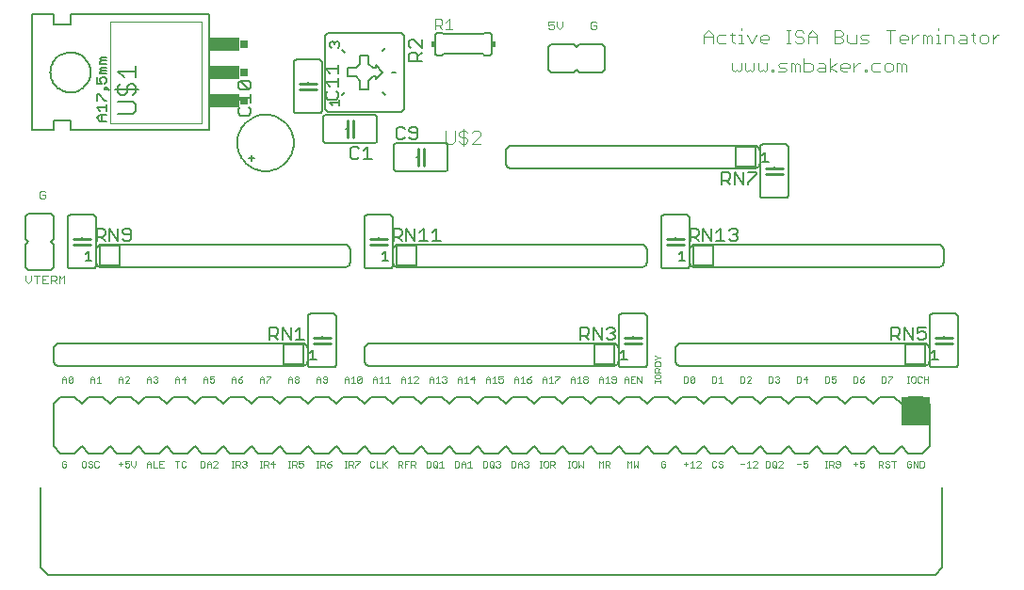
<source format=gto>
G75*
%MOIN*%
%OFA0B0*%
%FSLAX24Y24*%
%IPPOS*%
%LPD*%
%AMOC8*
5,1,8,0,0,1.08239X$1,22.5*
%
%ADD10C,0.0020*%
%ADD11C,0.0030*%
%ADD12C,0.0040*%
%ADD13C,0.0080*%
%ADD14C,0.0060*%
%ADD15C,0.0050*%
%ADD16C,0.0100*%
%ADD17R,0.0150X0.0200*%
%ADD18C,0.0070*%
%ADD19R,0.0250X0.0300*%
%ADD20R,0.1100X0.0500*%
%ADD21R,0.1000X0.1000*%
D10*
X002027Y003950D02*
X002100Y003950D01*
X002137Y003987D01*
X002137Y004060D01*
X002063Y004060D01*
X001990Y004133D02*
X001990Y003987D01*
X002027Y003950D01*
X001990Y004133D02*
X002027Y004170D01*
X002100Y004170D01*
X002137Y004133D01*
X002690Y004133D02*
X002690Y003987D01*
X002727Y003950D01*
X002800Y003950D01*
X002837Y003987D01*
X002837Y004133D01*
X002800Y004170D01*
X002727Y004170D01*
X002690Y004133D01*
X002911Y004133D02*
X002911Y004097D01*
X002948Y004060D01*
X003021Y004060D01*
X003058Y004023D01*
X003058Y003987D01*
X003021Y003950D01*
X002948Y003950D01*
X002911Y003987D01*
X002911Y004133D02*
X002948Y004170D01*
X003021Y004170D01*
X003058Y004133D01*
X003132Y004133D02*
X003132Y003987D01*
X003169Y003950D01*
X003242Y003950D01*
X003279Y003987D01*
X003279Y004133D02*
X003242Y004170D01*
X003169Y004170D01*
X003132Y004133D01*
X003990Y004060D02*
X004137Y004060D01*
X004211Y004060D02*
X004284Y004097D01*
X004321Y004097D01*
X004358Y004060D01*
X004358Y003987D01*
X004321Y003950D01*
X004248Y003950D01*
X004211Y003987D01*
X004211Y004060D02*
X004211Y004170D01*
X004358Y004170D01*
X004432Y004170D02*
X004432Y004023D01*
X004505Y003950D01*
X004579Y004023D01*
X004579Y004170D01*
X004990Y004097D02*
X005063Y004170D01*
X005137Y004097D01*
X005137Y003950D01*
X005211Y003950D02*
X005211Y004170D01*
X005137Y004060D02*
X004990Y004060D01*
X004990Y004097D02*
X004990Y003950D01*
X005211Y003950D02*
X005358Y003950D01*
X005432Y003950D02*
X005579Y003950D01*
X005505Y004060D02*
X005432Y004060D01*
X005432Y004170D02*
X005432Y003950D01*
X005432Y004170D02*
X005579Y004170D01*
X005990Y004170D02*
X006137Y004170D01*
X006063Y004170D02*
X006063Y003950D01*
X006211Y003987D02*
X006211Y004133D01*
X006248Y004170D01*
X006321Y004170D01*
X006358Y004133D01*
X006358Y003987D02*
X006321Y003950D01*
X006248Y003950D01*
X006211Y003987D01*
X006890Y003950D02*
X007000Y003950D01*
X007037Y003987D01*
X007037Y004133D01*
X007000Y004170D01*
X006890Y004170D01*
X006890Y003950D01*
X007111Y003950D02*
X007111Y004097D01*
X007184Y004170D01*
X007258Y004097D01*
X007258Y003950D01*
X007332Y003950D02*
X007479Y004097D01*
X007479Y004133D01*
X007442Y004170D01*
X007369Y004170D01*
X007332Y004133D01*
X007258Y004060D02*
X007111Y004060D01*
X007332Y003950D02*
X007479Y003950D01*
X007990Y003950D02*
X008063Y003950D01*
X008027Y003950D02*
X008027Y004170D01*
X008063Y004170D02*
X007990Y004170D01*
X008137Y004170D02*
X008247Y004170D01*
X008284Y004133D01*
X008284Y004060D01*
X008247Y004023D01*
X008137Y004023D01*
X008137Y003950D02*
X008137Y004170D01*
X008211Y004023D02*
X008284Y003950D01*
X008358Y003987D02*
X008395Y003950D01*
X008468Y003950D01*
X008505Y003987D01*
X008505Y004023D01*
X008468Y004060D01*
X008432Y004060D01*
X008468Y004060D02*
X008505Y004097D01*
X008505Y004133D01*
X008468Y004170D01*
X008395Y004170D01*
X008358Y004133D01*
X008990Y004170D02*
X009063Y004170D01*
X009027Y004170D02*
X009027Y003950D01*
X009063Y003950D02*
X008990Y003950D01*
X009137Y003950D02*
X009137Y004170D01*
X009247Y004170D01*
X009284Y004133D01*
X009284Y004060D01*
X009247Y004023D01*
X009137Y004023D01*
X009211Y004023D02*
X009284Y003950D01*
X009358Y004060D02*
X009505Y004060D01*
X009468Y003950D02*
X009468Y004170D01*
X009358Y004060D01*
X009990Y003950D02*
X010063Y003950D01*
X010027Y003950D02*
X010027Y004170D01*
X010063Y004170D02*
X009990Y004170D01*
X010137Y004170D02*
X010247Y004170D01*
X010284Y004133D01*
X010284Y004060D01*
X010247Y004023D01*
X010137Y004023D01*
X010137Y003950D02*
X010137Y004170D01*
X010211Y004023D02*
X010284Y003950D01*
X010358Y003987D02*
X010395Y003950D01*
X010468Y003950D01*
X010505Y003987D01*
X010505Y004060D01*
X010468Y004097D01*
X010432Y004097D01*
X010358Y004060D01*
X010358Y004170D01*
X010505Y004170D01*
X010990Y004170D02*
X011063Y004170D01*
X011027Y004170D02*
X011027Y003950D01*
X011063Y003950D02*
X010990Y003950D01*
X011137Y003950D02*
X011137Y004170D01*
X011247Y004170D01*
X011284Y004133D01*
X011284Y004060D01*
X011247Y004023D01*
X011137Y004023D01*
X011211Y004023D02*
X011284Y003950D01*
X011358Y003987D02*
X011395Y003950D01*
X011468Y003950D01*
X011505Y003987D01*
X011505Y004023D01*
X011468Y004060D01*
X011358Y004060D01*
X011358Y003987D01*
X011358Y004060D02*
X011432Y004133D01*
X011505Y004170D01*
X011990Y004170D02*
X012063Y004170D01*
X012027Y004170D02*
X012027Y003950D01*
X012063Y003950D02*
X011990Y003950D01*
X012137Y003950D02*
X012137Y004170D01*
X012247Y004170D01*
X012284Y004133D01*
X012284Y004060D01*
X012247Y004023D01*
X012137Y004023D01*
X012211Y004023D02*
X012284Y003950D01*
X012358Y003950D02*
X012358Y003987D01*
X012505Y004133D01*
X012505Y004170D01*
X012358Y004170D01*
X012890Y004133D02*
X012890Y003987D01*
X012927Y003950D01*
X013000Y003950D01*
X013037Y003987D01*
X013111Y003950D02*
X013111Y004170D01*
X013037Y004133D02*
X013000Y004170D01*
X012927Y004170D01*
X012890Y004133D01*
X013111Y003950D02*
X013258Y003950D01*
X013332Y003950D02*
X013332Y004170D01*
X013369Y004060D02*
X013479Y003950D01*
X013332Y004023D02*
X013479Y004170D01*
X013890Y004170D02*
X013890Y003950D01*
X013890Y004023D02*
X014000Y004023D01*
X014037Y004060D01*
X014037Y004133D01*
X014000Y004170D01*
X013890Y004170D01*
X013963Y004023D02*
X014037Y003950D01*
X014111Y003950D02*
X014111Y004170D01*
X014258Y004170D01*
X014332Y004170D02*
X014442Y004170D01*
X014479Y004133D01*
X014479Y004060D01*
X014442Y004023D01*
X014332Y004023D01*
X014332Y003950D02*
X014332Y004170D01*
X014405Y004023D02*
X014479Y003950D01*
X014184Y004060D02*
X014111Y004060D01*
X014890Y003950D02*
X015000Y003950D01*
X015037Y003987D01*
X015037Y004133D01*
X015000Y004170D01*
X014890Y004170D01*
X014890Y003950D01*
X015111Y003987D02*
X015148Y003950D01*
X015221Y003950D01*
X015258Y003987D01*
X015258Y004133D01*
X015221Y004170D01*
X015148Y004170D01*
X015111Y004133D01*
X015111Y003987D01*
X015184Y004023D02*
X015258Y003950D01*
X015332Y003950D02*
X015479Y003950D01*
X015405Y003950D02*
X015405Y004170D01*
X015332Y004097D01*
X015890Y004170D02*
X015890Y003950D01*
X016000Y003950D01*
X016037Y003987D01*
X016037Y004133D01*
X016000Y004170D01*
X015890Y004170D01*
X016111Y004097D02*
X016184Y004170D01*
X016258Y004097D01*
X016258Y003950D01*
X016332Y003950D02*
X016479Y003950D01*
X016405Y003950D02*
X016405Y004170D01*
X016332Y004097D01*
X016258Y004060D02*
X016111Y004060D01*
X016111Y004097D02*
X016111Y003950D01*
X016890Y003950D02*
X017000Y003950D01*
X017037Y003987D01*
X017037Y004133D01*
X017000Y004170D01*
X016890Y004170D01*
X016890Y003950D01*
X017111Y003987D02*
X017148Y003950D01*
X017221Y003950D01*
X017258Y003987D01*
X017258Y004133D01*
X017221Y004170D01*
X017148Y004170D01*
X017111Y004133D01*
X017111Y003987D01*
X017184Y004023D02*
X017258Y003950D01*
X017332Y003987D02*
X017369Y003950D01*
X017442Y003950D01*
X017479Y003987D01*
X017479Y004023D01*
X017442Y004060D01*
X017405Y004060D01*
X017442Y004060D02*
X017479Y004097D01*
X017479Y004133D01*
X017442Y004170D01*
X017369Y004170D01*
X017332Y004133D01*
X017890Y004170D02*
X017890Y003950D01*
X018000Y003950D01*
X018037Y003987D01*
X018037Y004133D01*
X018000Y004170D01*
X017890Y004170D01*
X018111Y004097D02*
X018184Y004170D01*
X018258Y004097D01*
X018258Y003950D01*
X018332Y003987D02*
X018369Y003950D01*
X018442Y003950D01*
X018479Y003987D01*
X018479Y004023D01*
X018442Y004060D01*
X018405Y004060D01*
X018442Y004060D02*
X018479Y004097D01*
X018479Y004133D01*
X018442Y004170D01*
X018369Y004170D01*
X018332Y004133D01*
X018258Y004060D02*
X018111Y004060D01*
X018111Y004097D02*
X018111Y003950D01*
X018890Y003950D02*
X018963Y003950D01*
X018927Y003950D02*
X018927Y004170D01*
X018963Y004170D02*
X018890Y004170D01*
X019037Y004133D02*
X019037Y003987D01*
X019074Y003950D01*
X019147Y003950D01*
X019184Y003987D01*
X019184Y004133D01*
X019147Y004170D01*
X019074Y004170D01*
X019037Y004133D01*
X019258Y004170D02*
X019258Y003950D01*
X019258Y004023D02*
X019368Y004023D01*
X019405Y004060D01*
X019405Y004133D01*
X019368Y004170D01*
X019258Y004170D01*
X019332Y004023D02*
X019405Y003950D01*
X019890Y003950D02*
X019963Y003950D01*
X019927Y003950D02*
X019927Y004170D01*
X019963Y004170D02*
X019890Y004170D01*
X020037Y004133D02*
X020037Y003987D01*
X020074Y003950D01*
X020147Y003950D01*
X020184Y003987D01*
X020184Y004133D01*
X020147Y004170D01*
X020074Y004170D01*
X020037Y004133D01*
X020258Y004170D02*
X020258Y003950D01*
X020332Y004023D01*
X020405Y003950D01*
X020405Y004170D01*
X020990Y004170D02*
X021063Y004097D01*
X021137Y004170D01*
X021137Y003950D01*
X021211Y003950D02*
X021211Y004170D01*
X021321Y004170D01*
X021358Y004133D01*
X021358Y004060D01*
X021321Y004023D01*
X021211Y004023D01*
X021284Y004023D02*
X021358Y003950D01*
X020990Y003950D02*
X020990Y004170D01*
X021990Y004170D02*
X021990Y003950D01*
X022137Y003950D02*
X022137Y004170D01*
X022063Y004097D01*
X021990Y004170D01*
X022211Y004170D02*
X022211Y003950D01*
X022284Y004023D01*
X022358Y003950D01*
X022358Y004170D01*
X023190Y004133D02*
X023190Y003987D01*
X023227Y003950D01*
X023300Y003950D01*
X023337Y003987D01*
X023337Y004060D01*
X023263Y004060D01*
X023190Y004133D02*
X023227Y004170D01*
X023300Y004170D01*
X023337Y004133D01*
X023990Y004060D02*
X024137Y004060D01*
X024211Y004097D02*
X024284Y004170D01*
X024284Y003950D01*
X024211Y003950D02*
X024358Y003950D01*
X024432Y003950D02*
X024579Y004097D01*
X024579Y004133D01*
X024542Y004170D01*
X024469Y004170D01*
X024432Y004133D01*
X024432Y003950D02*
X024579Y003950D01*
X024990Y003987D02*
X024990Y004133D01*
X025027Y004170D01*
X025100Y004170D01*
X025137Y004133D01*
X025211Y004133D02*
X025211Y004097D01*
X025248Y004060D01*
X025321Y004060D01*
X025358Y004023D01*
X025358Y003987D01*
X025321Y003950D01*
X025248Y003950D01*
X025211Y003987D01*
X025137Y003987D02*
X025100Y003950D01*
X025027Y003950D01*
X024990Y003987D01*
X025211Y004133D02*
X025248Y004170D01*
X025321Y004170D01*
X025358Y004133D01*
X025990Y004060D02*
X026137Y004060D01*
X026211Y004097D02*
X026284Y004170D01*
X026284Y003950D01*
X026211Y003950D02*
X026358Y003950D01*
X026432Y003950D02*
X026579Y004097D01*
X026579Y004133D01*
X026542Y004170D01*
X026469Y004170D01*
X026432Y004133D01*
X026432Y003950D02*
X026579Y003950D01*
X026890Y003950D02*
X026890Y004170D01*
X027000Y004170D01*
X027037Y004133D01*
X027037Y003987D01*
X027000Y003950D01*
X026890Y003950D01*
X027111Y003987D02*
X027148Y003950D01*
X027221Y003950D01*
X027258Y003987D01*
X027258Y004133D01*
X027221Y004170D01*
X027148Y004170D01*
X027111Y004133D01*
X027111Y003987D01*
X027184Y004023D02*
X027258Y003950D01*
X027332Y003950D02*
X027479Y004097D01*
X027479Y004133D01*
X027442Y004170D01*
X027369Y004170D01*
X027332Y004133D01*
X027332Y003950D02*
X027479Y003950D01*
X027990Y004060D02*
X028137Y004060D01*
X028211Y004060D02*
X028211Y004170D01*
X028358Y004170D01*
X028321Y004097D02*
X028358Y004060D01*
X028358Y003987D01*
X028321Y003950D01*
X028248Y003950D01*
X028211Y003987D01*
X028211Y004060D02*
X028284Y004097D01*
X028321Y004097D01*
X028990Y004170D02*
X029063Y004170D01*
X029027Y004170D02*
X029027Y003950D01*
X029063Y003950D02*
X028990Y003950D01*
X029137Y003950D02*
X029137Y004170D01*
X029247Y004170D01*
X029284Y004133D01*
X029284Y004060D01*
X029247Y004023D01*
X029137Y004023D01*
X029211Y004023D02*
X029284Y003950D01*
X029358Y003987D02*
X029395Y003950D01*
X029468Y003950D01*
X029505Y003987D01*
X029505Y004133D01*
X029468Y004170D01*
X029395Y004170D01*
X029358Y004133D01*
X029358Y004097D01*
X029395Y004060D01*
X029505Y004060D01*
X029990Y004060D02*
X030137Y004060D01*
X030211Y004060D02*
X030284Y004097D01*
X030321Y004097D01*
X030358Y004060D01*
X030358Y003987D01*
X030321Y003950D01*
X030248Y003950D01*
X030211Y003987D01*
X030211Y004060D02*
X030211Y004170D01*
X030358Y004170D01*
X030063Y004133D02*
X030063Y003987D01*
X030890Y004023D02*
X031000Y004023D01*
X031037Y004060D01*
X031037Y004133D01*
X031000Y004170D01*
X030890Y004170D01*
X030890Y003950D01*
X030963Y004023D02*
X031037Y003950D01*
X031111Y003987D02*
X031148Y003950D01*
X031221Y003950D01*
X031258Y003987D01*
X031258Y004023D01*
X031221Y004060D01*
X031148Y004060D01*
X031111Y004097D01*
X031111Y004133D01*
X031148Y004170D01*
X031221Y004170D01*
X031258Y004133D01*
X031332Y004170D02*
X031479Y004170D01*
X031405Y004170D02*
X031405Y003950D01*
X031890Y003987D02*
X031890Y004133D01*
X031927Y004170D01*
X032000Y004170D01*
X032037Y004133D01*
X032037Y004060D02*
X031963Y004060D01*
X032037Y004060D02*
X032037Y003987D01*
X032000Y003950D01*
X031927Y003950D01*
X031890Y003987D01*
X032111Y003950D02*
X032111Y004170D01*
X032258Y003950D01*
X032258Y004170D01*
X032332Y004170D02*
X032332Y003950D01*
X032442Y003950D01*
X032479Y003987D01*
X032479Y004133D01*
X032442Y004170D01*
X032332Y004170D01*
X032295Y006950D02*
X032368Y006950D01*
X032405Y006987D01*
X032479Y006950D02*
X032479Y007170D01*
X032405Y007133D02*
X032368Y007170D01*
X032295Y007170D01*
X032258Y007133D01*
X032258Y006987D01*
X032295Y006950D01*
X032184Y006987D02*
X032184Y007133D01*
X032147Y007170D01*
X032074Y007170D01*
X032037Y007133D01*
X032037Y006987D01*
X032074Y006950D01*
X032147Y006950D01*
X032184Y006987D01*
X031963Y006950D02*
X031890Y006950D01*
X031927Y006950D02*
X031927Y007170D01*
X031963Y007170D02*
X031890Y007170D01*
X031358Y007170D02*
X031358Y007133D01*
X031211Y006987D01*
X031211Y006950D01*
X031137Y006987D02*
X031137Y007133D01*
X031100Y007170D01*
X030990Y007170D01*
X030990Y006950D01*
X031100Y006950D01*
X031137Y006987D01*
X031211Y007170D02*
X031358Y007170D01*
X030358Y007170D02*
X030284Y007133D01*
X030211Y007060D01*
X030321Y007060D01*
X030358Y007023D01*
X030358Y006987D01*
X030321Y006950D01*
X030248Y006950D01*
X030211Y006987D01*
X030211Y007060D01*
X030137Y006987D02*
X030137Y007133D01*
X030100Y007170D01*
X029990Y007170D01*
X029990Y006950D01*
X030100Y006950D01*
X030137Y006987D01*
X029358Y006987D02*
X029321Y006950D01*
X029248Y006950D01*
X029211Y006987D01*
X029211Y007060D02*
X029284Y007097D01*
X029321Y007097D01*
X029358Y007060D01*
X029358Y006987D01*
X029211Y007060D02*
X029211Y007170D01*
X029358Y007170D01*
X029137Y007133D02*
X029137Y006987D01*
X029100Y006950D01*
X028990Y006950D01*
X028990Y007170D01*
X029100Y007170D01*
X029137Y007133D01*
X028358Y007060D02*
X028211Y007060D01*
X028321Y007170D01*
X028321Y006950D01*
X028137Y006987D02*
X028137Y007133D01*
X028100Y007170D01*
X027990Y007170D01*
X027990Y006950D01*
X028100Y006950D01*
X028137Y006987D01*
X027358Y006987D02*
X027321Y006950D01*
X027248Y006950D01*
X027211Y006987D01*
X027137Y006987D02*
X027137Y007133D01*
X027100Y007170D01*
X026990Y007170D01*
X026990Y006950D01*
X027100Y006950D01*
X027137Y006987D01*
X027211Y007133D02*
X027248Y007170D01*
X027321Y007170D01*
X027358Y007133D01*
X027358Y007097D01*
X027321Y007060D01*
X027358Y007023D01*
X027358Y006987D01*
X027321Y007060D02*
X027284Y007060D01*
X026358Y007097D02*
X026211Y006950D01*
X026358Y006950D01*
X026358Y007097D02*
X026358Y007133D01*
X026321Y007170D01*
X026248Y007170D01*
X026211Y007133D01*
X026137Y007133D02*
X026100Y007170D01*
X025990Y007170D01*
X025990Y006950D01*
X026100Y006950D01*
X026137Y006987D01*
X026137Y007133D01*
X025358Y006950D02*
X025211Y006950D01*
X025284Y006950D02*
X025284Y007170D01*
X025211Y007097D01*
X025137Y007133D02*
X025100Y007170D01*
X024990Y007170D01*
X024990Y006950D01*
X025100Y006950D01*
X025137Y006987D01*
X025137Y007133D01*
X024358Y007133D02*
X024211Y006987D01*
X024248Y006950D01*
X024321Y006950D01*
X024358Y006987D01*
X024358Y007133D01*
X024321Y007170D01*
X024248Y007170D01*
X024211Y007133D01*
X024211Y006987D01*
X024137Y006987D02*
X024137Y007133D01*
X024100Y007170D01*
X023990Y007170D01*
X023990Y006950D01*
X024100Y006950D01*
X024137Y006987D01*
X023170Y006987D02*
X022950Y006987D01*
X022950Y007023D02*
X022950Y006950D01*
X022987Y007097D02*
X023133Y007097D01*
X023170Y007134D01*
X023170Y007207D01*
X023133Y007244D01*
X022987Y007244D01*
X022950Y007207D01*
X022950Y007134D01*
X022987Y007097D01*
X023170Y007023D02*
X023170Y006950D01*
X023170Y007318D02*
X022950Y007318D01*
X022950Y007428D01*
X022987Y007465D01*
X023060Y007465D01*
X023097Y007428D01*
X023097Y007318D01*
X023097Y007392D02*
X023170Y007465D01*
X023170Y007539D02*
X023170Y007649D01*
X023133Y007686D01*
X022987Y007686D01*
X022950Y007649D01*
X022950Y007539D01*
X023170Y007539D01*
X022987Y007760D02*
X023060Y007834D01*
X023170Y007834D01*
X023060Y007834D02*
X022987Y007907D01*
X022950Y007907D01*
X022950Y007760D02*
X022987Y007760D01*
X022479Y007170D02*
X022479Y006950D01*
X022332Y007170D01*
X022332Y006950D01*
X022258Y006950D02*
X022111Y006950D01*
X022111Y007170D01*
X022258Y007170D01*
X022184Y007060D02*
X022111Y007060D01*
X022037Y007060D02*
X021890Y007060D01*
X021890Y007097D02*
X021963Y007170D01*
X022037Y007097D01*
X022037Y006950D01*
X021890Y006950D02*
X021890Y007097D01*
X021579Y007133D02*
X021579Y006987D01*
X021542Y006950D01*
X021469Y006950D01*
X021432Y006987D01*
X021469Y007060D02*
X021579Y007060D01*
X021579Y007133D02*
X021542Y007170D01*
X021469Y007170D01*
X021432Y007133D01*
X021432Y007097D01*
X021469Y007060D01*
X021358Y006950D02*
X021211Y006950D01*
X021284Y006950D02*
X021284Y007170D01*
X021211Y007097D01*
X021137Y007097D02*
X021137Y006950D01*
X021137Y007060D02*
X020990Y007060D01*
X020990Y007097D02*
X021063Y007170D01*
X021137Y007097D01*
X020990Y007097D02*
X020990Y006950D01*
X020579Y006987D02*
X020542Y006950D01*
X020469Y006950D01*
X020432Y006987D01*
X020432Y007023D01*
X020469Y007060D01*
X020542Y007060D01*
X020579Y007023D01*
X020579Y006987D01*
X020542Y007060D02*
X020579Y007097D01*
X020579Y007133D01*
X020542Y007170D01*
X020469Y007170D01*
X020432Y007133D01*
X020432Y007097D01*
X020469Y007060D01*
X020358Y006950D02*
X020211Y006950D01*
X020284Y006950D02*
X020284Y007170D01*
X020211Y007097D01*
X020137Y007097D02*
X020137Y006950D01*
X020137Y007060D02*
X019990Y007060D01*
X019990Y007097D02*
X020063Y007170D01*
X020137Y007097D01*
X019990Y007097D02*
X019990Y006950D01*
X019579Y007133D02*
X019432Y006987D01*
X019432Y006950D01*
X019358Y006950D02*
X019211Y006950D01*
X019284Y006950D02*
X019284Y007170D01*
X019211Y007097D01*
X019137Y007097D02*
X019137Y006950D01*
X019137Y007060D02*
X018990Y007060D01*
X018990Y007097D02*
X019063Y007170D01*
X019137Y007097D01*
X018990Y007097D02*
X018990Y006950D01*
X018579Y006987D02*
X018579Y007023D01*
X018542Y007060D01*
X018432Y007060D01*
X018432Y006987D01*
X018469Y006950D01*
X018542Y006950D01*
X018579Y006987D01*
X018505Y007133D02*
X018432Y007060D01*
X018505Y007133D02*
X018579Y007170D01*
X018284Y007170D02*
X018284Y006950D01*
X018211Y006950D02*
X018358Y006950D01*
X018211Y007097D02*
X018284Y007170D01*
X018137Y007097D02*
X018137Y006950D01*
X018137Y007060D02*
X017990Y007060D01*
X017990Y007097D02*
X018063Y007170D01*
X018137Y007097D01*
X017990Y007097D02*
X017990Y006950D01*
X017579Y006987D02*
X017579Y007060D01*
X017542Y007097D01*
X017505Y007097D01*
X017432Y007060D01*
X017432Y007170D01*
X017579Y007170D01*
X017579Y006987D02*
X017542Y006950D01*
X017469Y006950D01*
X017432Y006987D01*
X017358Y006950D02*
X017211Y006950D01*
X017284Y006950D02*
X017284Y007170D01*
X017211Y007097D01*
X017137Y007097D02*
X017137Y006950D01*
X017137Y007060D02*
X016990Y007060D01*
X016990Y007097D02*
X017063Y007170D01*
X017137Y007097D01*
X016990Y007097D02*
X016990Y006950D01*
X016579Y007060D02*
X016432Y007060D01*
X016542Y007170D01*
X016542Y006950D01*
X016358Y006950D02*
X016211Y006950D01*
X016284Y006950D02*
X016284Y007170D01*
X016211Y007097D01*
X016137Y007097D02*
X016137Y006950D01*
X016137Y007060D02*
X015990Y007060D01*
X015990Y007097D02*
X016063Y007170D01*
X016137Y007097D01*
X015990Y007097D02*
X015990Y006950D01*
X015579Y006987D02*
X015579Y007023D01*
X015542Y007060D01*
X015505Y007060D01*
X015542Y007060D02*
X015579Y007097D01*
X015579Y007133D01*
X015542Y007170D01*
X015469Y007170D01*
X015432Y007133D01*
X015432Y006987D02*
X015469Y006950D01*
X015542Y006950D01*
X015579Y006987D01*
X015358Y006950D02*
X015211Y006950D01*
X015284Y006950D02*
X015284Y007170D01*
X015211Y007097D01*
X015137Y007097D02*
X015137Y006950D01*
X015137Y007060D02*
X014990Y007060D01*
X014990Y007097D02*
X015063Y007170D01*
X015137Y007097D01*
X014990Y007097D02*
X014990Y006950D01*
X014579Y006950D02*
X014432Y006950D01*
X014579Y007097D01*
X014579Y007133D01*
X014542Y007170D01*
X014469Y007170D01*
X014432Y007133D01*
X014284Y007170D02*
X014284Y006950D01*
X014211Y006950D02*
X014358Y006950D01*
X014211Y007097D02*
X014284Y007170D01*
X014137Y007097D02*
X014137Y006950D01*
X014137Y007060D02*
X013990Y007060D01*
X013990Y007097D02*
X014063Y007170D01*
X014137Y007097D01*
X013990Y007097D02*
X013990Y006950D01*
X013579Y006950D02*
X013432Y006950D01*
X013505Y006950D02*
X013505Y007170D01*
X013432Y007097D01*
X013358Y006950D02*
X013211Y006950D01*
X013284Y006950D02*
X013284Y007170D01*
X013211Y007097D01*
X013137Y007097D02*
X013137Y006950D01*
X013137Y007060D02*
X012990Y007060D01*
X012990Y007097D02*
X013063Y007170D01*
X013137Y007097D01*
X012990Y007097D02*
X012990Y006950D01*
X012579Y006987D02*
X012579Y007133D01*
X012432Y006987D01*
X012469Y006950D01*
X012542Y006950D01*
X012579Y006987D01*
X012579Y007133D02*
X012542Y007170D01*
X012469Y007170D01*
X012432Y007133D01*
X012432Y006987D01*
X012358Y006950D02*
X012211Y006950D01*
X012284Y006950D02*
X012284Y007170D01*
X012211Y007097D01*
X012137Y007097D02*
X012137Y006950D01*
X012137Y007060D02*
X011990Y007060D01*
X011990Y007097D02*
X012063Y007170D01*
X012137Y007097D01*
X011990Y007097D02*
X011990Y006950D01*
X011358Y006987D02*
X011358Y007133D01*
X011321Y007170D01*
X011248Y007170D01*
X011211Y007133D01*
X011211Y007097D01*
X011248Y007060D01*
X011358Y007060D01*
X011358Y006987D02*
X011321Y006950D01*
X011248Y006950D01*
X011211Y006987D01*
X011137Y006950D02*
X011137Y007097D01*
X011063Y007170D01*
X010990Y007097D01*
X010990Y006950D01*
X010990Y007060D02*
X011137Y007060D01*
X010358Y007023D02*
X010358Y006987D01*
X010321Y006950D01*
X010248Y006950D01*
X010211Y006987D01*
X010211Y007023D01*
X010248Y007060D01*
X010321Y007060D01*
X010358Y007023D01*
X010321Y007060D02*
X010358Y007097D01*
X010358Y007133D01*
X010321Y007170D01*
X010248Y007170D01*
X010211Y007133D01*
X010211Y007097D01*
X010248Y007060D01*
X010137Y007060D02*
X009990Y007060D01*
X009990Y007097D02*
X010063Y007170D01*
X010137Y007097D01*
X010137Y006950D01*
X009990Y006950D02*
X009990Y007097D01*
X009358Y007133D02*
X009211Y006987D01*
X009211Y006950D01*
X009137Y006950D02*
X009137Y007097D01*
X009063Y007170D01*
X008990Y007097D01*
X008990Y006950D01*
X008990Y007060D02*
X009137Y007060D01*
X009211Y007170D02*
X009358Y007170D01*
X009358Y007133D01*
X008358Y007170D02*
X008284Y007133D01*
X008211Y007060D01*
X008321Y007060D01*
X008358Y007023D01*
X008358Y006987D01*
X008321Y006950D01*
X008248Y006950D01*
X008211Y006987D01*
X008211Y007060D01*
X008137Y007060D02*
X007990Y007060D01*
X007990Y007097D02*
X008063Y007170D01*
X008137Y007097D01*
X008137Y006950D01*
X007990Y006950D02*
X007990Y007097D01*
X007358Y007060D02*
X007358Y006987D01*
X007321Y006950D01*
X007248Y006950D01*
X007211Y006987D01*
X007211Y007060D02*
X007284Y007097D01*
X007321Y007097D01*
X007358Y007060D01*
X007358Y007170D02*
X007211Y007170D01*
X007211Y007060D01*
X007137Y007060D02*
X006990Y007060D01*
X006990Y007097D02*
X007063Y007170D01*
X007137Y007097D01*
X007137Y006950D01*
X006990Y006950D02*
X006990Y007097D01*
X006358Y007060D02*
X006211Y007060D01*
X006321Y007170D01*
X006321Y006950D01*
X006137Y006950D02*
X006137Y007097D01*
X006063Y007170D01*
X005990Y007097D01*
X005990Y006950D01*
X005990Y007060D02*
X006137Y007060D01*
X005358Y007023D02*
X005358Y006987D01*
X005321Y006950D01*
X005248Y006950D01*
X005211Y006987D01*
X005137Y006950D02*
X005137Y007097D01*
X005063Y007170D01*
X004990Y007097D01*
X004990Y006950D01*
X004990Y007060D02*
X005137Y007060D01*
X005211Y007133D02*
X005248Y007170D01*
X005321Y007170D01*
X005358Y007133D01*
X005358Y007097D01*
X005321Y007060D01*
X005358Y007023D01*
X005321Y007060D02*
X005284Y007060D01*
X004358Y007097D02*
X004211Y006950D01*
X004358Y006950D01*
X004358Y007097D02*
X004358Y007133D01*
X004321Y007170D01*
X004248Y007170D01*
X004211Y007133D01*
X004137Y007097D02*
X004137Y006950D01*
X004137Y007060D02*
X003990Y007060D01*
X003990Y007097D02*
X004063Y007170D01*
X004137Y007097D01*
X003990Y007097D02*
X003990Y006950D01*
X003358Y006950D02*
X003211Y006950D01*
X003284Y006950D02*
X003284Y007170D01*
X003211Y007097D01*
X003137Y007097D02*
X003137Y006950D01*
X003137Y007060D02*
X002990Y007060D01*
X002990Y007097D02*
X003063Y007170D01*
X003137Y007097D01*
X002990Y007097D02*
X002990Y006950D01*
X002358Y006987D02*
X002321Y006950D01*
X002248Y006950D01*
X002211Y006987D01*
X002358Y007133D01*
X002358Y006987D01*
X002358Y007133D02*
X002321Y007170D01*
X002248Y007170D01*
X002211Y007133D01*
X002211Y006987D01*
X002137Y006950D02*
X002137Y007097D01*
X002063Y007170D01*
X001990Y007097D01*
X001990Y006950D01*
X001990Y007060D02*
X002137Y007060D01*
X004063Y004133D02*
X004063Y003987D01*
X019432Y007170D02*
X019579Y007170D01*
X019579Y007133D01*
X024063Y004133D02*
X024063Y003987D01*
X032479Y007060D02*
X032626Y007060D01*
X032626Y007170D02*
X032626Y006950D01*
X006930Y016140D02*
X003680Y016140D01*
X003680Y019740D01*
X006930Y019740D01*
X006930Y016140D01*
D11*
X001388Y013697D02*
X001340Y013745D01*
X001243Y013745D01*
X001195Y013697D01*
X001195Y013503D01*
X001243Y013455D01*
X001340Y013455D01*
X001388Y013503D01*
X001388Y013600D01*
X001292Y013600D01*
X001284Y010745D02*
X001284Y010455D01*
X001478Y010455D01*
X001579Y010455D02*
X001579Y010745D01*
X001724Y010745D01*
X001772Y010697D01*
X001772Y010600D01*
X001724Y010552D01*
X001579Y010552D01*
X001676Y010552D02*
X001772Y010455D01*
X001874Y010455D02*
X001874Y010745D01*
X001970Y010648D01*
X002067Y010745D01*
X002067Y010455D01*
X001478Y010745D02*
X001284Y010745D01*
X001183Y010745D02*
X000990Y010745D01*
X001086Y010745D02*
X001086Y010455D01*
X000888Y010552D02*
X000888Y010745D01*
X000695Y010745D02*
X000695Y010552D01*
X000792Y010455D01*
X000888Y010552D01*
X001284Y010600D02*
X001381Y010600D01*
X019195Y019503D02*
X019243Y019455D01*
X019340Y019455D01*
X019388Y019503D01*
X019388Y019600D01*
X019340Y019648D01*
X019292Y019648D01*
X019195Y019600D01*
X019195Y019745D01*
X019388Y019745D01*
X019490Y019745D02*
X019490Y019552D01*
X019586Y019455D01*
X019683Y019552D01*
X019683Y019745D01*
X020695Y019697D02*
X020695Y019503D01*
X020743Y019455D01*
X020840Y019455D01*
X020888Y019503D01*
X020888Y019600D01*
X020792Y019600D01*
X020888Y019697D02*
X020840Y019745D01*
X020743Y019745D01*
X020695Y019697D01*
D12*
X024700Y019267D02*
X024700Y018960D01*
X025007Y018960D02*
X025007Y019267D01*
X024853Y019420D01*
X024700Y019267D01*
X024700Y019190D02*
X025007Y019190D01*
X025160Y019190D02*
X025160Y019037D01*
X025237Y018960D01*
X025467Y018960D01*
X025698Y019037D02*
X025774Y018960D01*
X025698Y019037D02*
X025698Y019344D01*
X025621Y019267D02*
X025774Y019267D01*
X025928Y019267D02*
X026004Y019267D01*
X026004Y018960D01*
X025928Y018960D02*
X026081Y018960D01*
X026388Y018960D02*
X026542Y019267D01*
X026695Y019190D02*
X026772Y019267D01*
X026925Y019267D01*
X027002Y019190D01*
X027002Y019113D01*
X026695Y019113D01*
X026695Y019037D02*
X026695Y019190D01*
X026695Y019037D02*
X026772Y018960D01*
X026925Y018960D01*
X026388Y018960D02*
X026235Y019267D01*
X026004Y019420D02*
X026004Y019497D01*
X025467Y019267D02*
X025237Y019267D01*
X025160Y019190D01*
X025700Y018267D02*
X025700Y018037D01*
X025777Y017960D01*
X025853Y018037D01*
X025930Y017960D01*
X026007Y018037D01*
X026007Y018267D01*
X026160Y018267D02*
X026160Y018037D01*
X026237Y017960D01*
X026314Y018037D01*
X026391Y017960D01*
X026467Y018037D01*
X026467Y018267D01*
X026621Y018267D02*
X026621Y018037D01*
X026698Y017960D01*
X026774Y018037D01*
X026851Y017960D01*
X026928Y018037D01*
X026928Y018267D01*
X027081Y018037D02*
X027158Y018037D01*
X027158Y017960D01*
X027081Y017960D01*
X027081Y018037D01*
X027311Y017960D02*
X027542Y017960D01*
X027618Y018037D01*
X027542Y018113D01*
X027388Y018113D01*
X027311Y018190D01*
X027388Y018267D01*
X027618Y018267D01*
X027772Y018267D02*
X027848Y018267D01*
X027925Y018190D01*
X028002Y018267D01*
X028079Y018190D01*
X028079Y017960D01*
X028232Y017960D02*
X028462Y017960D01*
X028539Y018037D01*
X028539Y018190D01*
X028462Y018267D01*
X028232Y018267D01*
X028232Y018420D02*
X028232Y017960D01*
X027925Y017960D02*
X027925Y018190D01*
X027772Y018267D02*
X027772Y017960D01*
X028693Y018037D02*
X028769Y018113D01*
X028999Y018113D01*
X028999Y018190D02*
X028999Y017960D01*
X028769Y017960D01*
X028693Y018037D01*
X028769Y018267D02*
X028923Y018267D01*
X028999Y018190D01*
X029153Y018113D02*
X029383Y018267D01*
X029537Y018190D02*
X029613Y018267D01*
X029767Y018267D01*
X029844Y018190D01*
X029844Y018113D01*
X029537Y018113D01*
X029537Y018037D02*
X029537Y018190D01*
X029537Y018037D02*
X029613Y017960D01*
X029767Y017960D01*
X029997Y017960D02*
X029997Y018267D01*
X030150Y018267D02*
X030227Y018267D01*
X030150Y018267D02*
X029997Y018113D01*
X030381Y018037D02*
X030457Y018037D01*
X030457Y017960D01*
X030381Y017960D01*
X030381Y018037D01*
X030611Y018037D02*
X030611Y018190D01*
X030688Y018267D01*
X030918Y018267D01*
X031071Y018190D02*
X031071Y018037D01*
X031148Y017960D01*
X031301Y017960D01*
X031378Y018037D01*
X031378Y018190D01*
X031301Y018267D01*
X031148Y018267D01*
X031071Y018190D01*
X030918Y017960D02*
X030688Y017960D01*
X030611Y018037D01*
X031532Y017960D02*
X031532Y018267D01*
X031608Y018267D01*
X031685Y018190D01*
X031762Y018267D01*
X031839Y018190D01*
X031839Y017960D01*
X031685Y017960D02*
X031685Y018190D01*
X031683Y018960D02*
X031606Y019037D01*
X031606Y019190D01*
X031683Y019267D01*
X031836Y019267D01*
X031913Y019190D01*
X031913Y019113D01*
X031606Y019113D01*
X031683Y018960D02*
X031836Y018960D01*
X032066Y018960D02*
X032066Y019267D01*
X032066Y019113D02*
X032220Y019267D01*
X032296Y019267D01*
X032450Y019267D02*
X032527Y019267D01*
X032603Y019190D01*
X032680Y019267D01*
X032757Y019190D01*
X032757Y018960D01*
X032910Y018960D02*
X033064Y018960D01*
X032987Y018960D02*
X032987Y019267D01*
X032910Y019267D01*
X032987Y019420D02*
X032987Y019497D01*
X033217Y019267D02*
X033447Y019267D01*
X033524Y019190D01*
X033524Y018960D01*
X033678Y019037D02*
X033754Y019113D01*
X033985Y019113D01*
X033985Y019190D02*
X033985Y018960D01*
X033754Y018960D01*
X033678Y019037D01*
X033754Y019267D02*
X033908Y019267D01*
X033985Y019190D01*
X034138Y019267D02*
X034292Y019267D01*
X034215Y019344D02*
X034215Y019037D01*
X034292Y018960D01*
X034445Y019037D02*
X034522Y018960D01*
X034675Y018960D01*
X034752Y019037D01*
X034752Y019190D01*
X034675Y019267D01*
X034522Y019267D01*
X034445Y019190D01*
X034445Y019037D01*
X034905Y019113D02*
X035059Y019267D01*
X035136Y019267D01*
X034905Y019267D02*
X034905Y018960D01*
X033217Y018960D02*
X033217Y019267D01*
X032603Y019190D02*
X032603Y018960D01*
X032450Y018960D02*
X032450Y019267D01*
X031452Y019420D02*
X031145Y019420D01*
X031299Y019420D02*
X031299Y018960D01*
X030532Y019037D02*
X030455Y018960D01*
X030225Y018960D01*
X030071Y018960D02*
X030071Y019267D01*
X030225Y019190D02*
X030301Y019267D01*
X030532Y019267D01*
X030455Y019113D02*
X030301Y019113D01*
X030225Y019190D01*
X030455Y019113D02*
X030532Y019037D01*
X030071Y018960D02*
X029841Y018960D01*
X029764Y019037D01*
X029764Y019267D01*
X029611Y019267D02*
X029534Y019190D01*
X029304Y019190D01*
X029304Y018960D02*
X029304Y019420D01*
X029534Y019420D01*
X029611Y019344D01*
X029611Y019267D01*
X029534Y019190D02*
X029611Y019113D01*
X029611Y019037D01*
X029534Y018960D01*
X029304Y018960D01*
X029153Y018420D02*
X029153Y017960D01*
X029153Y018113D02*
X029383Y017960D01*
X028690Y018960D02*
X028690Y019267D01*
X028537Y019420D01*
X028383Y019267D01*
X028383Y018960D01*
X028230Y019037D02*
X028153Y018960D01*
X027999Y018960D01*
X027923Y019037D01*
X027999Y019190D02*
X028153Y019190D01*
X028230Y019113D01*
X028230Y019037D01*
X028383Y019190D02*
X028690Y019190D01*
X028230Y019344D02*
X028153Y019420D01*
X027999Y019420D01*
X027923Y019344D01*
X027923Y019267D01*
X027999Y019190D01*
X027769Y019420D02*
X027616Y019420D01*
X027693Y019420D02*
X027693Y018960D01*
X027769Y018960D02*
X027616Y018960D01*
X016797Y015794D02*
X016720Y015870D01*
X016566Y015870D01*
X016490Y015794D01*
X016336Y015794D02*
X016259Y015870D01*
X016106Y015870D01*
X016029Y015794D01*
X016029Y015717D01*
X016106Y015640D01*
X016259Y015640D01*
X016336Y015563D01*
X016336Y015487D01*
X016259Y015410D01*
X016106Y015410D01*
X016029Y015487D01*
X015876Y015487D02*
X015876Y015870D01*
X015569Y015870D02*
X015569Y015487D01*
X015646Y015410D01*
X015799Y015410D01*
X015876Y015487D01*
X016183Y015333D02*
X016183Y015947D01*
X016490Y015410D02*
X016797Y015717D01*
X016797Y015794D01*
X016797Y015410D02*
X016490Y015410D01*
X015793Y019470D02*
X015559Y019470D01*
X015676Y019470D02*
X015676Y019820D01*
X015559Y019704D01*
X015434Y019762D02*
X015375Y019820D01*
X015200Y019820D01*
X015200Y019470D01*
X015200Y019587D02*
X015375Y019587D01*
X015434Y019645D01*
X015434Y019762D01*
X015317Y019587D02*
X015434Y019470D01*
D13*
X001230Y003240D02*
X001230Y000390D01*
X001480Y000140D01*
X032880Y000140D01*
X033130Y000390D01*
X033130Y003240D01*
D14*
X032430Y004440D02*
X031930Y004440D01*
X031680Y004690D01*
X031430Y004440D01*
X030930Y004440D01*
X030680Y004690D01*
X030430Y004440D01*
X029930Y004440D01*
X029680Y004690D01*
X029430Y004440D01*
X028930Y004440D01*
X028680Y004690D01*
X028430Y004440D01*
X027930Y004440D01*
X027680Y004690D01*
X027430Y004440D01*
X026930Y004440D01*
X026680Y004690D01*
X026430Y004440D01*
X025930Y004440D01*
X025680Y004690D01*
X025430Y004440D01*
X024930Y004440D01*
X024680Y004690D01*
X024430Y004440D01*
X023930Y004440D01*
X023680Y004690D01*
X023430Y004440D01*
X022930Y004440D01*
X022680Y004690D01*
X022430Y004440D01*
X021930Y004440D01*
X021680Y004690D01*
X021430Y004440D01*
X020930Y004440D01*
X020680Y004690D01*
X020430Y004440D01*
X019930Y004440D01*
X019680Y004690D01*
X019430Y004440D01*
X018930Y004440D01*
X018680Y004690D01*
X018430Y004440D01*
X017930Y004440D01*
X017680Y004690D01*
X017430Y004440D01*
X016930Y004440D01*
X016680Y004690D01*
X016430Y004440D01*
X015930Y004440D01*
X015680Y004690D01*
X015430Y004440D01*
X014930Y004440D01*
X014680Y004690D01*
X014430Y004440D01*
X013930Y004440D01*
X013680Y004690D01*
X013430Y004440D01*
X012930Y004440D01*
X012680Y004690D01*
X012430Y004440D01*
X011930Y004440D01*
X011680Y004690D01*
X011430Y004440D01*
X010930Y004440D01*
X010680Y004690D01*
X010430Y004440D01*
X009930Y004440D01*
X009680Y004690D01*
X009430Y004440D01*
X008930Y004440D01*
X008680Y004690D01*
X008430Y004440D01*
X007930Y004440D01*
X007680Y004690D01*
X007430Y004440D01*
X006930Y004440D01*
X006680Y004690D01*
X006430Y004440D01*
X005930Y004440D01*
X005680Y004690D01*
X005430Y004440D01*
X004930Y004440D01*
X004680Y004690D01*
X004430Y004440D01*
X003930Y004440D01*
X003680Y004690D01*
X003430Y004440D01*
X002930Y004440D01*
X002680Y004690D01*
X002430Y004440D01*
X001930Y004440D01*
X001680Y004690D01*
X001680Y006190D01*
X001930Y006440D01*
X002430Y006440D01*
X002680Y006190D01*
X002930Y006440D01*
X003430Y006440D01*
X003680Y006190D01*
X003930Y006440D01*
X004430Y006440D01*
X004680Y006190D01*
X004930Y006440D01*
X005430Y006440D01*
X005680Y006190D01*
X005930Y006440D01*
X006430Y006440D01*
X006680Y006190D01*
X006930Y006440D01*
X007430Y006440D01*
X007680Y006190D01*
X007930Y006440D01*
X008430Y006440D01*
X008680Y006190D01*
X008930Y006440D01*
X009430Y006440D01*
X009680Y006190D01*
X009930Y006440D01*
X010430Y006440D01*
X010680Y006190D01*
X010930Y006440D01*
X011430Y006440D01*
X011680Y006190D01*
X011930Y006440D01*
X012430Y006440D01*
X012680Y006190D01*
X012930Y006440D01*
X013430Y006440D01*
X013680Y006190D01*
X013930Y006440D01*
X014430Y006440D01*
X014680Y006190D01*
X014930Y006440D01*
X015430Y006440D01*
X015680Y006190D01*
X015930Y006440D01*
X016430Y006440D01*
X016680Y006190D01*
X016930Y006440D01*
X017430Y006440D01*
X017680Y006190D01*
X017930Y006440D01*
X018430Y006440D01*
X018680Y006190D01*
X018930Y006440D01*
X019430Y006440D01*
X019680Y006190D01*
X019930Y006440D01*
X020430Y006440D01*
X020680Y006190D01*
X020930Y006440D01*
X021430Y006440D01*
X021680Y006190D01*
X021930Y006440D01*
X022430Y006440D01*
X022680Y006190D01*
X022930Y006440D01*
X023430Y006440D01*
X023680Y006190D01*
X023930Y006440D01*
X024430Y006440D01*
X024680Y006190D01*
X024930Y006440D01*
X025430Y006440D01*
X025680Y006190D01*
X025930Y006440D01*
X026430Y006440D01*
X026680Y006190D01*
X026930Y006440D01*
X027430Y006440D01*
X027680Y006190D01*
X027930Y006440D01*
X028430Y006440D01*
X028680Y006190D01*
X028930Y006440D01*
X029430Y006440D01*
X029680Y006190D01*
X029930Y006440D01*
X030430Y006440D01*
X030680Y006190D01*
X030930Y006440D01*
X031430Y006440D01*
X031680Y006190D01*
X031930Y006440D01*
X032430Y006440D01*
X032680Y006190D01*
X032680Y004690D01*
X032430Y004440D01*
X032780Y007490D02*
X033580Y007490D01*
X033597Y007492D01*
X033614Y007496D01*
X033630Y007503D01*
X033644Y007513D01*
X033657Y007526D01*
X033667Y007540D01*
X033674Y007556D01*
X033678Y007573D01*
X033680Y007590D01*
X033680Y009290D01*
X033678Y009307D01*
X033674Y009324D01*
X033667Y009340D01*
X033657Y009354D01*
X033644Y009367D01*
X033630Y009377D01*
X033614Y009384D01*
X033597Y009388D01*
X033580Y009390D01*
X032780Y009390D01*
X032763Y009388D01*
X032746Y009384D01*
X032730Y009377D01*
X032716Y009367D01*
X032703Y009354D01*
X032693Y009340D01*
X032686Y009324D01*
X032682Y009307D01*
X032680Y009290D01*
X032680Y007590D01*
X032682Y007573D01*
X032686Y007556D01*
X032693Y007540D01*
X032703Y007526D01*
X032716Y007513D01*
X032730Y007503D01*
X032746Y007496D01*
X032763Y007492D01*
X032780Y007490D01*
X032680Y007740D02*
X032680Y008140D01*
X032678Y008166D01*
X032673Y008192D01*
X032665Y008217D01*
X032653Y008240D01*
X032639Y008262D01*
X032621Y008281D01*
X032602Y008299D01*
X032580Y008313D01*
X032557Y008325D01*
X032532Y008333D01*
X032506Y008338D01*
X032480Y008340D01*
X023880Y008340D01*
X023854Y008338D01*
X023828Y008333D01*
X023803Y008325D01*
X023780Y008313D01*
X023758Y008299D01*
X023739Y008281D01*
X023721Y008262D01*
X023707Y008240D01*
X023695Y008217D01*
X023687Y008192D01*
X023682Y008166D01*
X023680Y008140D01*
X023680Y007740D01*
X023682Y007714D01*
X023687Y007688D01*
X023695Y007663D01*
X023707Y007640D01*
X023721Y007618D01*
X023739Y007599D01*
X023758Y007581D01*
X023780Y007567D01*
X023803Y007555D01*
X023828Y007547D01*
X023854Y007542D01*
X023880Y007540D01*
X032480Y007540D01*
X032530Y007590D02*
X031830Y007590D01*
X031830Y008290D01*
X032530Y008290D01*
X032530Y007590D01*
X032480Y007540D02*
X032506Y007542D01*
X032532Y007547D01*
X032557Y007555D01*
X032580Y007567D01*
X032602Y007581D01*
X032621Y007599D01*
X032639Y007618D01*
X032653Y007640D01*
X032665Y007663D01*
X032673Y007688D01*
X032678Y007714D01*
X032680Y007740D01*
X033180Y008290D02*
X033180Y008340D01*
X033180Y008540D02*
X033180Y008590D01*
X032980Y011040D02*
X024380Y011040D01*
X024330Y011090D02*
X024330Y011790D01*
X025030Y011790D01*
X025030Y011090D01*
X024330Y011090D01*
X024180Y011090D02*
X024180Y012790D01*
X024178Y012807D01*
X024174Y012824D01*
X024167Y012840D01*
X024157Y012854D01*
X024144Y012867D01*
X024130Y012877D01*
X024114Y012884D01*
X024097Y012888D01*
X024080Y012890D01*
X023280Y012890D01*
X023263Y012888D01*
X023246Y012884D01*
X023230Y012877D01*
X023216Y012867D01*
X023203Y012854D01*
X023193Y012840D01*
X023186Y012824D01*
X023182Y012807D01*
X023180Y012790D01*
X023180Y011090D01*
X023182Y011073D01*
X023186Y011056D01*
X023193Y011040D01*
X023203Y011026D01*
X023216Y011013D01*
X023230Y011003D01*
X023246Y010996D01*
X023263Y010992D01*
X023280Y010990D01*
X024080Y010990D01*
X024097Y010992D01*
X024114Y010996D01*
X024130Y011003D01*
X024144Y011013D01*
X024157Y011026D01*
X024167Y011040D01*
X024174Y011056D01*
X024178Y011073D01*
X024180Y011090D01*
X024180Y011240D02*
X024180Y011640D01*
X024182Y011666D01*
X024187Y011692D01*
X024195Y011717D01*
X024207Y011740D01*
X024221Y011762D01*
X024239Y011781D01*
X024258Y011799D01*
X024280Y011813D01*
X024303Y011825D01*
X024328Y011833D01*
X024354Y011838D01*
X024380Y011840D01*
X032980Y011840D01*
X033006Y011838D01*
X033032Y011833D01*
X033057Y011825D01*
X033080Y011813D01*
X033102Y011799D01*
X033121Y011781D01*
X033139Y011762D01*
X033153Y011740D01*
X033165Y011717D01*
X033173Y011692D01*
X033178Y011666D01*
X033180Y011640D01*
X033180Y011240D01*
X033178Y011214D01*
X033173Y011188D01*
X033165Y011163D01*
X033153Y011140D01*
X033139Y011118D01*
X033121Y011099D01*
X033102Y011081D01*
X033080Y011067D01*
X033057Y011055D01*
X033032Y011047D01*
X033006Y011042D01*
X032980Y011040D01*
X027680Y013590D02*
X027680Y015290D01*
X027678Y015307D01*
X027674Y015324D01*
X027667Y015340D01*
X027657Y015354D01*
X027644Y015367D01*
X027630Y015377D01*
X027614Y015384D01*
X027597Y015388D01*
X027580Y015390D01*
X026780Y015390D01*
X026763Y015388D01*
X026746Y015384D01*
X026730Y015377D01*
X026716Y015367D01*
X026703Y015354D01*
X026693Y015340D01*
X026686Y015324D01*
X026682Y015307D01*
X026680Y015290D01*
X026680Y013590D01*
X026682Y013573D01*
X026686Y013556D01*
X026693Y013540D01*
X026703Y013526D01*
X026716Y013513D01*
X026730Y013503D01*
X026746Y013496D01*
X026763Y013492D01*
X026780Y013490D01*
X027580Y013490D01*
X027597Y013492D01*
X027614Y013496D01*
X027630Y013503D01*
X027644Y013513D01*
X027657Y013526D01*
X027667Y013540D01*
X027674Y013556D01*
X027678Y013573D01*
X027680Y013590D01*
X027180Y014290D02*
X027180Y014340D01*
X027180Y014540D02*
X027180Y014590D01*
X026680Y014740D02*
X026680Y015140D01*
X026678Y015166D01*
X026673Y015192D01*
X026665Y015217D01*
X026653Y015240D01*
X026639Y015262D01*
X026621Y015281D01*
X026602Y015299D01*
X026580Y015313D01*
X026557Y015325D01*
X026532Y015333D01*
X026506Y015338D01*
X026480Y015340D01*
X017880Y015340D01*
X017854Y015338D01*
X017828Y015333D01*
X017803Y015325D01*
X017780Y015313D01*
X017758Y015299D01*
X017739Y015281D01*
X017721Y015262D01*
X017707Y015240D01*
X017695Y015217D01*
X017687Y015192D01*
X017682Y015166D01*
X017680Y015140D01*
X017680Y014740D01*
X017682Y014714D01*
X017687Y014688D01*
X017695Y014663D01*
X017707Y014640D01*
X017721Y014618D01*
X017739Y014599D01*
X017758Y014581D01*
X017780Y014567D01*
X017803Y014555D01*
X017828Y014547D01*
X017854Y014542D01*
X017880Y014540D01*
X026480Y014540D01*
X026530Y014590D02*
X025830Y014590D01*
X025830Y015290D01*
X026530Y015290D01*
X026530Y014590D01*
X026480Y014540D02*
X026506Y014542D01*
X026532Y014547D01*
X026557Y014555D01*
X026580Y014567D01*
X026602Y014581D01*
X026621Y014599D01*
X026639Y014618D01*
X026653Y014640D01*
X026665Y014663D01*
X026673Y014688D01*
X026678Y014714D01*
X026680Y014740D01*
X023680Y012090D02*
X023680Y012040D01*
X023680Y011840D02*
X023680Y011790D01*
X022680Y011640D02*
X022680Y011240D01*
X022678Y011214D01*
X022673Y011188D01*
X022665Y011163D01*
X022653Y011140D01*
X022639Y011118D01*
X022621Y011099D01*
X022602Y011081D01*
X022580Y011067D01*
X022557Y011055D01*
X022532Y011047D01*
X022506Y011042D01*
X022480Y011040D01*
X013880Y011040D01*
X013830Y011090D02*
X013830Y011790D01*
X014530Y011790D01*
X014530Y011090D01*
X013830Y011090D01*
X013680Y011090D02*
X013680Y012790D01*
X013678Y012807D01*
X013674Y012824D01*
X013667Y012840D01*
X013657Y012854D01*
X013644Y012867D01*
X013630Y012877D01*
X013614Y012884D01*
X013597Y012888D01*
X013580Y012890D01*
X012780Y012890D01*
X012763Y012888D01*
X012746Y012884D01*
X012730Y012877D01*
X012716Y012867D01*
X012703Y012854D01*
X012693Y012840D01*
X012686Y012824D01*
X012682Y012807D01*
X012680Y012790D01*
X012680Y011090D01*
X012682Y011073D01*
X012686Y011056D01*
X012693Y011040D01*
X012703Y011026D01*
X012716Y011013D01*
X012730Y011003D01*
X012746Y010996D01*
X012763Y010992D01*
X012780Y010990D01*
X013580Y010990D01*
X013597Y010992D01*
X013614Y010996D01*
X013630Y011003D01*
X013644Y011013D01*
X013657Y011026D01*
X013667Y011040D01*
X013674Y011056D01*
X013678Y011073D01*
X013680Y011090D01*
X013680Y011240D02*
X013680Y011640D01*
X013682Y011666D01*
X013687Y011692D01*
X013695Y011717D01*
X013707Y011740D01*
X013721Y011762D01*
X013739Y011781D01*
X013758Y011799D01*
X013780Y011813D01*
X013803Y011825D01*
X013828Y011833D01*
X013854Y011838D01*
X013880Y011840D01*
X022480Y011840D01*
X022506Y011838D01*
X022532Y011833D01*
X022557Y011825D01*
X022580Y011813D01*
X022602Y011799D01*
X022621Y011781D01*
X022639Y011762D01*
X022653Y011740D01*
X022665Y011717D01*
X022673Y011692D01*
X022678Y011666D01*
X022680Y011640D01*
X024180Y011240D02*
X024182Y011214D01*
X024187Y011188D01*
X024195Y011163D01*
X024207Y011140D01*
X024221Y011118D01*
X024239Y011099D01*
X024258Y011081D01*
X024280Y011067D01*
X024303Y011055D01*
X024328Y011047D01*
X024354Y011042D01*
X024380Y011040D01*
X022680Y009290D02*
X022680Y007590D01*
X022678Y007573D01*
X022674Y007556D01*
X022667Y007540D01*
X022657Y007526D01*
X022644Y007513D01*
X022630Y007503D01*
X022614Y007496D01*
X022597Y007492D01*
X022580Y007490D01*
X021780Y007490D01*
X021763Y007492D01*
X021746Y007496D01*
X021730Y007503D01*
X021716Y007513D01*
X021703Y007526D01*
X021693Y007540D01*
X021686Y007556D01*
X021682Y007573D01*
X021680Y007590D01*
X021680Y009290D01*
X021682Y009307D01*
X021686Y009324D01*
X021693Y009340D01*
X021703Y009354D01*
X021716Y009367D01*
X021730Y009377D01*
X021746Y009384D01*
X021763Y009388D01*
X021780Y009390D01*
X022580Y009390D01*
X022597Y009388D01*
X022614Y009384D01*
X022630Y009377D01*
X022644Y009367D01*
X022657Y009354D01*
X022667Y009340D01*
X022674Y009324D01*
X022678Y009307D01*
X022680Y009290D01*
X022180Y008590D02*
X022180Y008540D01*
X022180Y008340D02*
X022180Y008290D01*
X021680Y008140D02*
X021680Y007740D01*
X021678Y007714D01*
X021673Y007688D01*
X021665Y007663D01*
X021653Y007640D01*
X021639Y007618D01*
X021621Y007599D01*
X021602Y007581D01*
X021580Y007567D01*
X021557Y007555D01*
X021532Y007547D01*
X021506Y007542D01*
X021480Y007540D01*
X012880Y007540D01*
X012854Y007542D01*
X012828Y007547D01*
X012803Y007555D01*
X012780Y007567D01*
X012758Y007581D01*
X012739Y007599D01*
X012721Y007618D01*
X012707Y007640D01*
X012695Y007663D01*
X012687Y007688D01*
X012682Y007714D01*
X012680Y007740D01*
X012680Y008140D01*
X012682Y008166D01*
X012687Y008192D01*
X012695Y008217D01*
X012707Y008240D01*
X012721Y008262D01*
X012739Y008281D01*
X012758Y008299D01*
X012780Y008313D01*
X012803Y008325D01*
X012828Y008333D01*
X012854Y008338D01*
X012880Y008340D01*
X021480Y008340D01*
X021530Y008290D02*
X021530Y007590D01*
X020830Y007590D01*
X020830Y008290D01*
X021530Y008290D01*
X021480Y008340D02*
X021506Y008338D01*
X021532Y008333D01*
X021557Y008325D01*
X021580Y008313D01*
X021602Y008299D01*
X021621Y008281D01*
X021639Y008262D01*
X021653Y008240D01*
X021665Y008217D01*
X021673Y008192D01*
X021678Y008166D01*
X021680Y008140D01*
X013880Y011040D02*
X013854Y011042D01*
X013828Y011047D01*
X013803Y011055D01*
X013780Y011067D01*
X013758Y011081D01*
X013739Y011099D01*
X013721Y011118D01*
X013707Y011140D01*
X013695Y011163D01*
X013687Y011188D01*
X013682Y011214D01*
X013680Y011240D01*
X013180Y011790D02*
X013180Y011840D01*
X013180Y012040D02*
X013180Y012090D01*
X012180Y011640D02*
X012180Y011240D01*
X012178Y011214D01*
X012173Y011188D01*
X012165Y011163D01*
X012153Y011140D01*
X012139Y011118D01*
X012121Y011099D01*
X012102Y011081D01*
X012080Y011067D01*
X012057Y011055D01*
X012032Y011047D01*
X012006Y011042D01*
X011980Y011040D01*
X003380Y011040D01*
X003330Y011090D02*
X003330Y011790D01*
X004030Y011790D01*
X004030Y011090D01*
X003330Y011090D01*
X003180Y011090D02*
X003180Y012790D01*
X003178Y012807D01*
X003174Y012824D01*
X003167Y012840D01*
X003157Y012854D01*
X003144Y012867D01*
X003130Y012877D01*
X003114Y012884D01*
X003097Y012888D01*
X003080Y012890D01*
X002280Y012890D01*
X002263Y012888D01*
X002246Y012884D01*
X002230Y012877D01*
X002216Y012867D01*
X002203Y012854D01*
X002193Y012840D01*
X002186Y012824D01*
X002182Y012807D01*
X002180Y012790D01*
X002180Y011090D01*
X002182Y011073D01*
X002186Y011056D01*
X002193Y011040D01*
X002203Y011026D01*
X002216Y011013D01*
X002230Y011003D01*
X002246Y010996D01*
X002263Y010992D01*
X002280Y010990D01*
X003080Y010990D01*
X003097Y010992D01*
X003114Y010996D01*
X003130Y011003D01*
X003144Y011013D01*
X003157Y011026D01*
X003167Y011040D01*
X003174Y011056D01*
X003178Y011073D01*
X003180Y011090D01*
X003180Y011240D02*
X003180Y011640D01*
X003182Y011666D01*
X003187Y011692D01*
X003195Y011717D01*
X003207Y011740D01*
X003221Y011762D01*
X003239Y011781D01*
X003258Y011799D01*
X003280Y011813D01*
X003303Y011825D01*
X003328Y011833D01*
X003354Y011838D01*
X003380Y011840D01*
X011980Y011840D01*
X012006Y011838D01*
X012032Y011833D01*
X012057Y011825D01*
X012080Y011813D01*
X012102Y011799D01*
X012121Y011781D01*
X012139Y011762D01*
X012153Y011740D01*
X012165Y011717D01*
X012173Y011692D01*
X012178Y011666D01*
X012180Y011640D01*
X011580Y009390D02*
X010780Y009390D01*
X010763Y009388D01*
X010746Y009384D01*
X010730Y009377D01*
X010716Y009367D01*
X010703Y009354D01*
X010693Y009340D01*
X010686Y009324D01*
X010682Y009307D01*
X010680Y009290D01*
X010680Y007590D01*
X010682Y007573D01*
X010686Y007556D01*
X010693Y007540D01*
X010703Y007526D01*
X010716Y007513D01*
X010730Y007503D01*
X010746Y007496D01*
X010763Y007492D01*
X010780Y007490D01*
X011580Y007490D01*
X011597Y007492D01*
X011614Y007496D01*
X011630Y007503D01*
X011644Y007513D01*
X011657Y007526D01*
X011667Y007540D01*
X011674Y007556D01*
X011678Y007573D01*
X011680Y007590D01*
X011680Y009290D01*
X011678Y009307D01*
X011674Y009324D01*
X011667Y009340D01*
X011657Y009354D01*
X011644Y009367D01*
X011630Y009377D01*
X011614Y009384D01*
X011597Y009388D01*
X011580Y009390D01*
X011180Y008590D02*
X011180Y008540D01*
X011180Y008340D02*
X011180Y008290D01*
X010680Y008140D02*
X010680Y007740D01*
X010678Y007714D01*
X010673Y007688D01*
X010665Y007663D01*
X010653Y007640D01*
X010639Y007618D01*
X010621Y007599D01*
X010602Y007581D01*
X010580Y007567D01*
X010557Y007555D01*
X010532Y007547D01*
X010506Y007542D01*
X010480Y007540D01*
X001880Y007540D01*
X001854Y007542D01*
X001828Y007547D01*
X001803Y007555D01*
X001780Y007567D01*
X001758Y007581D01*
X001739Y007599D01*
X001721Y007618D01*
X001707Y007640D01*
X001695Y007663D01*
X001687Y007688D01*
X001682Y007714D01*
X001680Y007740D01*
X001680Y008140D01*
X001682Y008166D01*
X001687Y008192D01*
X001695Y008217D01*
X001707Y008240D01*
X001721Y008262D01*
X001739Y008281D01*
X001758Y008299D01*
X001780Y008313D01*
X001803Y008325D01*
X001828Y008333D01*
X001854Y008338D01*
X001880Y008340D01*
X010480Y008340D01*
X010530Y008290D02*
X010530Y007590D01*
X009830Y007590D01*
X009830Y008290D01*
X010530Y008290D01*
X010480Y008340D02*
X010506Y008338D01*
X010532Y008333D01*
X010557Y008325D01*
X010580Y008313D01*
X010602Y008299D01*
X010621Y008281D01*
X010639Y008262D01*
X010653Y008240D01*
X010665Y008217D01*
X010673Y008192D01*
X010678Y008166D01*
X010680Y008140D01*
X003380Y011040D02*
X003354Y011042D01*
X003328Y011047D01*
X003303Y011055D01*
X003280Y011067D01*
X003258Y011081D01*
X003239Y011099D01*
X003221Y011118D01*
X003207Y011140D01*
X003195Y011163D01*
X003187Y011188D01*
X003182Y011214D01*
X003180Y011240D01*
X002680Y011790D02*
X002680Y011840D01*
X002680Y012040D02*
X002680Y012090D01*
X001680Y012040D02*
X001580Y011940D01*
X001680Y011840D01*
X001680Y011040D01*
X001580Y010940D01*
X000780Y010940D01*
X000680Y011040D01*
X000680Y011840D01*
X000780Y011940D01*
X000680Y012040D01*
X000680Y012840D01*
X000780Y012940D01*
X001580Y012940D01*
X001680Y012840D01*
X001680Y012040D01*
X008580Y014890D02*
X008680Y014890D01*
X008680Y014990D01*
X008680Y014890D02*
X008780Y014890D01*
X008680Y014890D02*
X008680Y014790D01*
X008180Y015440D02*
X008182Y015503D01*
X008188Y015565D01*
X008198Y015627D01*
X008211Y015689D01*
X008229Y015749D01*
X008250Y015808D01*
X008275Y015866D01*
X008304Y015922D01*
X008336Y015976D01*
X008371Y016028D01*
X008409Y016077D01*
X008451Y016125D01*
X008495Y016169D01*
X008543Y016211D01*
X008592Y016249D01*
X008644Y016284D01*
X008698Y016316D01*
X008754Y016345D01*
X008812Y016370D01*
X008871Y016391D01*
X008931Y016409D01*
X008993Y016422D01*
X009055Y016432D01*
X009117Y016438D01*
X009180Y016440D01*
X009243Y016438D01*
X009305Y016432D01*
X009367Y016422D01*
X009429Y016409D01*
X009489Y016391D01*
X009548Y016370D01*
X009606Y016345D01*
X009662Y016316D01*
X009716Y016284D01*
X009768Y016249D01*
X009817Y016211D01*
X009865Y016169D01*
X009909Y016125D01*
X009951Y016077D01*
X009989Y016028D01*
X010024Y015976D01*
X010056Y015922D01*
X010085Y015866D01*
X010110Y015808D01*
X010131Y015749D01*
X010149Y015689D01*
X010162Y015627D01*
X010172Y015565D01*
X010178Y015503D01*
X010180Y015440D01*
X010178Y015377D01*
X010172Y015315D01*
X010162Y015253D01*
X010149Y015191D01*
X010131Y015131D01*
X010110Y015072D01*
X010085Y015014D01*
X010056Y014958D01*
X010024Y014904D01*
X009989Y014852D01*
X009951Y014803D01*
X009909Y014755D01*
X009865Y014711D01*
X009817Y014669D01*
X009768Y014631D01*
X009716Y014596D01*
X009662Y014564D01*
X009606Y014535D01*
X009548Y014510D01*
X009489Y014489D01*
X009429Y014471D01*
X009367Y014458D01*
X009305Y014448D01*
X009243Y014442D01*
X009180Y014440D01*
X009117Y014442D01*
X009055Y014448D01*
X008993Y014458D01*
X008931Y014471D01*
X008871Y014489D01*
X008812Y014510D01*
X008754Y014535D01*
X008698Y014564D01*
X008644Y014596D01*
X008592Y014631D01*
X008543Y014669D01*
X008495Y014711D01*
X008451Y014755D01*
X008409Y014803D01*
X008371Y014852D01*
X008336Y014904D01*
X008304Y014958D01*
X008275Y015014D01*
X008250Y015072D01*
X008229Y015131D01*
X008211Y015191D01*
X008198Y015253D01*
X008188Y015315D01*
X008182Y015377D01*
X008180Y015440D01*
X010180Y016590D02*
X010180Y018290D01*
X010182Y018307D01*
X010186Y018324D01*
X010193Y018340D01*
X010203Y018354D01*
X010216Y018367D01*
X010230Y018377D01*
X010246Y018384D01*
X010263Y018388D01*
X010280Y018390D01*
X011080Y018390D01*
X011097Y018388D01*
X011114Y018384D01*
X011130Y018377D01*
X011144Y018367D01*
X011157Y018354D01*
X011167Y018340D01*
X011174Y018324D01*
X011178Y018307D01*
X011180Y018290D01*
X011180Y016590D01*
X011178Y016573D01*
X011174Y016556D01*
X011167Y016540D01*
X011157Y016526D01*
X011144Y016513D01*
X011130Y016503D01*
X011114Y016496D01*
X011097Y016492D01*
X011080Y016490D01*
X010280Y016490D01*
X010263Y016492D01*
X010246Y016496D01*
X010230Y016503D01*
X010216Y016513D01*
X010203Y016526D01*
X010193Y016540D01*
X010186Y016556D01*
X010182Y016573D01*
X010180Y016590D01*
X010680Y017290D02*
X010680Y017340D01*
X010680Y017540D02*
X010680Y017590D01*
X011880Y017140D02*
X011980Y017240D01*
X012530Y017340D02*
X012530Y017640D01*
X012380Y017790D01*
X012080Y017790D01*
X012080Y018090D01*
X012380Y018090D01*
X012530Y018240D01*
X012530Y018540D01*
X012830Y018540D01*
X012830Y018240D01*
X012980Y018090D01*
X013080Y018090D01*
X013080Y018190D01*
X013330Y017940D01*
X013080Y017690D01*
X013080Y017790D01*
X012980Y017790D01*
X012830Y017640D01*
X012830Y017340D01*
X012530Y017340D01*
X013330Y017240D02*
X013430Y017140D01*
X013980Y016540D02*
X011380Y016540D01*
X011280Y016640D01*
X011280Y019240D01*
X011380Y019340D01*
X013980Y019340D01*
X014080Y019240D01*
X014080Y016640D01*
X013980Y016540D01*
X013130Y016340D02*
X013130Y015540D01*
X013128Y015523D01*
X013124Y015506D01*
X013117Y015490D01*
X013107Y015476D01*
X013094Y015463D01*
X013080Y015453D01*
X013064Y015446D01*
X013047Y015442D01*
X013030Y015440D01*
X011330Y015440D01*
X011313Y015442D01*
X011296Y015446D01*
X011280Y015453D01*
X011266Y015463D01*
X011253Y015476D01*
X011243Y015490D01*
X011236Y015506D01*
X011232Y015523D01*
X011230Y015540D01*
X011230Y016340D01*
X011232Y016357D01*
X011236Y016374D01*
X011243Y016390D01*
X011253Y016404D01*
X011266Y016417D01*
X011280Y016427D01*
X011296Y016434D01*
X011313Y016438D01*
X011330Y016440D01*
X013030Y016440D01*
X013047Y016438D01*
X013064Y016434D01*
X013080Y016427D01*
X013094Y016417D01*
X013107Y016404D01*
X013117Y016390D01*
X013124Y016374D01*
X013128Y016357D01*
X013130Y016340D01*
X012330Y015940D02*
X012280Y015940D01*
X012080Y015940D02*
X012030Y015940D01*
X013730Y015340D02*
X013730Y014540D01*
X013732Y014523D01*
X013736Y014506D01*
X013743Y014490D01*
X013753Y014476D01*
X013766Y014463D01*
X013780Y014453D01*
X013796Y014446D01*
X013813Y014442D01*
X013830Y014440D01*
X015530Y014440D01*
X015547Y014442D01*
X015564Y014446D01*
X015580Y014453D01*
X015594Y014463D01*
X015607Y014476D01*
X015617Y014490D01*
X015624Y014506D01*
X015628Y014523D01*
X015630Y014540D01*
X015630Y015340D01*
X015628Y015357D01*
X015624Y015374D01*
X015617Y015390D01*
X015607Y015404D01*
X015594Y015417D01*
X015580Y015427D01*
X015564Y015434D01*
X015547Y015438D01*
X015530Y015440D01*
X013830Y015440D01*
X013813Y015438D01*
X013796Y015434D01*
X013780Y015427D01*
X013766Y015417D01*
X013753Y015404D01*
X013743Y015390D01*
X013736Y015374D01*
X013732Y015357D01*
X013730Y015340D01*
X014530Y014940D02*
X014580Y014940D01*
X014780Y014940D02*
X014830Y014940D01*
X013800Y017940D02*
X013650Y017940D01*
X013330Y018690D02*
X013430Y018790D01*
X011980Y018640D02*
X011880Y018740D01*
X015180Y018640D02*
X015180Y019240D01*
X015182Y019257D01*
X015186Y019274D01*
X015193Y019290D01*
X015203Y019304D01*
X015216Y019317D01*
X015230Y019327D01*
X015246Y019334D01*
X015263Y019338D01*
X015280Y019340D01*
X015430Y019340D01*
X015480Y019290D01*
X016880Y019290D01*
X016930Y019340D01*
X017080Y019340D01*
X017097Y019338D01*
X017114Y019334D01*
X017130Y019327D01*
X017144Y019317D01*
X017157Y019304D01*
X017167Y019290D01*
X017174Y019274D01*
X017178Y019257D01*
X017180Y019240D01*
X017180Y018640D01*
X017178Y018623D01*
X017174Y018606D01*
X017167Y018590D01*
X017157Y018576D01*
X017144Y018563D01*
X017130Y018553D01*
X017114Y018546D01*
X017097Y018542D01*
X017080Y018540D01*
X016930Y018540D01*
X016880Y018590D01*
X015480Y018590D01*
X015430Y018540D01*
X015280Y018540D01*
X015263Y018542D01*
X015246Y018546D01*
X015230Y018553D01*
X015216Y018563D01*
X015203Y018576D01*
X015193Y018590D01*
X015186Y018606D01*
X015182Y018623D01*
X015180Y018640D01*
X019180Y018840D02*
X019180Y018040D01*
X019280Y017940D01*
X020080Y017940D01*
X020180Y018040D01*
X020280Y017940D01*
X021080Y017940D01*
X021180Y018040D01*
X021180Y018840D01*
X021080Y018940D01*
X020280Y018940D01*
X020180Y018840D01*
X020080Y018940D01*
X019280Y018940D01*
X019180Y018840D01*
X001230Y003240D02*
X001230Y002440D01*
D15*
X010746Y007775D02*
X010973Y007775D01*
X010859Y007775D02*
X010859Y008115D01*
X010746Y008002D01*
X010545Y008465D02*
X010245Y008465D01*
X010395Y008465D02*
X010395Y008915D01*
X010245Y008765D01*
X010084Y008915D02*
X010084Y008465D01*
X009784Y008915D01*
X009784Y008465D01*
X009624Y008465D02*
X009474Y008615D01*
X009549Y008615D02*
X009324Y008615D01*
X009324Y008465D02*
X009324Y008915D01*
X009549Y008915D01*
X009624Y008840D01*
X009624Y008690D01*
X009549Y008615D01*
X013305Y011265D02*
X013532Y011265D01*
X013418Y011265D02*
X013418Y011605D01*
X013305Y011492D01*
X013705Y011965D02*
X013705Y012415D01*
X013930Y012415D01*
X014005Y012340D01*
X014005Y012190D01*
X013930Y012115D01*
X013705Y012115D01*
X013855Y012115D02*
X014005Y011965D01*
X014165Y011965D02*
X014165Y012415D01*
X014466Y011965D01*
X014466Y012415D01*
X014626Y012265D02*
X014776Y012415D01*
X014776Y011965D01*
X014626Y011965D02*
X014926Y011965D01*
X015086Y011965D02*
X015386Y011965D01*
X015236Y011965D02*
X015236Y012415D01*
X015086Y012265D01*
X012945Y014865D02*
X012645Y014865D01*
X012795Y014865D02*
X012795Y015315D01*
X012645Y015165D01*
X012484Y015240D02*
X012409Y015315D01*
X012259Y015315D01*
X012184Y015240D01*
X012184Y014940D01*
X012259Y014865D01*
X012409Y014865D01*
X012484Y014940D01*
X013805Y015640D02*
X013880Y015565D01*
X014030Y015565D01*
X014105Y015640D01*
X014265Y015640D02*
X014340Y015565D01*
X014491Y015565D01*
X014566Y015640D01*
X014566Y015940D01*
X014491Y016015D01*
X014340Y016015D01*
X014265Y015940D01*
X014265Y015865D01*
X014340Y015790D01*
X014566Y015790D01*
X014105Y015940D02*
X014030Y016015D01*
X013880Y016015D01*
X013805Y015940D01*
X013805Y015640D01*
X011795Y016756D02*
X011795Y016983D01*
X011755Y017059D02*
X011755Y017209D01*
X011680Y017284D01*
X011755Y017444D02*
X011755Y017744D01*
X011755Y017594D02*
X011305Y017594D01*
X011455Y017444D01*
X011380Y017284D02*
X011305Y017209D01*
X011305Y017059D01*
X011380Y016984D01*
X011680Y016984D01*
X011755Y017059D01*
X011795Y016869D02*
X011455Y016869D01*
X011568Y016756D01*
X011455Y017905D02*
X011305Y018055D01*
X011755Y018055D01*
X011755Y017905D02*
X011755Y018205D01*
X011738Y018806D02*
X011795Y018863D01*
X011795Y018976D01*
X011738Y019033D01*
X011682Y019033D01*
X011625Y018976D01*
X011625Y018919D01*
X011625Y018976D02*
X011568Y019033D01*
X011511Y019033D01*
X011455Y018976D01*
X011455Y018863D01*
X011511Y018806D01*
X014255Y018880D02*
X014330Y018805D01*
X014255Y018880D02*
X014255Y019030D01*
X014330Y019105D01*
X014405Y019105D01*
X014705Y018805D01*
X014705Y019105D01*
X014705Y018644D02*
X014555Y018494D01*
X014555Y018569D02*
X014555Y018344D01*
X014705Y018344D02*
X014255Y018344D01*
X014255Y018569D01*
X014330Y018644D01*
X014480Y018644D01*
X014555Y018569D01*
X008655Y017561D02*
X008655Y017411D01*
X008580Y017336D01*
X008280Y017636D01*
X008580Y017636D01*
X008655Y017561D01*
X008580Y017336D02*
X008280Y017336D01*
X008205Y017411D01*
X008205Y017561D01*
X008280Y017636D01*
X008655Y017176D02*
X008655Y016875D01*
X008655Y017026D02*
X008205Y017026D01*
X008355Y016875D01*
X008280Y016715D02*
X008205Y016640D01*
X008205Y016490D01*
X008280Y016415D01*
X008580Y016415D01*
X008655Y016490D01*
X008655Y016640D01*
X008580Y016715D01*
X007180Y015890D02*
X002280Y015890D01*
X002280Y016240D01*
X001680Y016240D01*
X001680Y015890D01*
X000930Y015890D01*
X000930Y019990D01*
X001680Y019990D01*
X001680Y019640D01*
X002280Y019640D01*
X002280Y019990D01*
X007180Y019990D01*
X007180Y015890D01*
X003555Y016215D02*
X003328Y016215D01*
X003215Y016328D01*
X003328Y016442D01*
X003555Y016442D01*
X003555Y016574D02*
X003555Y016801D01*
X003555Y016688D02*
X003215Y016688D01*
X003328Y016574D01*
X003385Y016442D02*
X003385Y016215D01*
X003498Y016933D02*
X003555Y016933D01*
X003498Y016933D02*
X003271Y017160D01*
X003215Y017160D01*
X003215Y016933D01*
X003668Y017292D02*
X003555Y017406D01*
X003555Y017349D01*
X003498Y017349D01*
X003498Y017406D01*
X003555Y017406D01*
X003498Y017532D02*
X003555Y017588D01*
X003555Y017702D01*
X003498Y017759D01*
X003385Y017759D01*
X003328Y017702D01*
X003328Y017645D01*
X003385Y017532D01*
X003215Y017532D01*
X003215Y017759D01*
X003328Y017891D02*
X003328Y017948D01*
X003385Y018004D01*
X003328Y018061D01*
X003385Y018118D01*
X003555Y018118D01*
X003555Y018004D02*
X003385Y018004D01*
X003328Y017891D02*
X003555Y017891D01*
X003555Y018250D02*
X003328Y018250D01*
X003328Y018307D01*
X003385Y018363D01*
X003328Y018420D01*
X003385Y018477D01*
X003555Y018477D01*
X003555Y018363D02*
X003385Y018363D01*
X001570Y017940D02*
X001572Y017993D01*
X001578Y018046D01*
X001588Y018098D01*
X001602Y018149D01*
X001619Y018199D01*
X001640Y018248D01*
X001665Y018295D01*
X001693Y018340D01*
X001725Y018383D01*
X001760Y018423D01*
X001797Y018460D01*
X001837Y018495D01*
X001880Y018527D01*
X001925Y018555D01*
X001972Y018580D01*
X002021Y018601D01*
X002071Y018618D01*
X002122Y018632D01*
X002174Y018642D01*
X002227Y018648D01*
X002280Y018650D01*
X002333Y018648D01*
X002386Y018642D01*
X002438Y018632D01*
X002489Y018618D01*
X002539Y018601D01*
X002588Y018580D01*
X002635Y018555D01*
X002680Y018527D01*
X002723Y018495D01*
X002763Y018460D01*
X002800Y018423D01*
X002835Y018383D01*
X002867Y018340D01*
X002895Y018295D01*
X002920Y018248D01*
X002941Y018199D01*
X002958Y018149D01*
X002972Y018098D01*
X002982Y018046D01*
X002988Y017993D01*
X002990Y017940D01*
X002988Y017887D01*
X002982Y017834D01*
X002972Y017782D01*
X002958Y017731D01*
X002941Y017681D01*
X002920Y017632D01*
X002895Y017585D01*
X002867Y017540D01*
X002835Y017497D01*
X002800Y017457D01*
X002763Y017420D01*
X002723Y017385D01*
X002680Y017353D01*
X002635Y017325D01*
X002588Y017300D01*
X002539Y017279D01*
X002489Y017262D01*
X002438Y017248D01*
X002386Y017238D01*
X002333Y017232D01*
X002280Y017230D01*
X002227Y017232D01*
X002174Y017238D01*
X002122Y017248D01*
X002071Y017262D01*
X002021Y017279D01*
X001972Y017300D01*
X001925Y017325D01*
X001880Y017353D01*
X001837Y017385D01*
X001797Y017420D01*
X001760Y017457D01*
X001725Y017497D01*
X001693Y017540D01*
X001665Y017585D01*
X001640Y017632D01*
X001619Y017681D01*
X001602Y017731D01*
X001588Y017782D01*
X001578Y017834D01*
X001572Y017887D01*
X001570Y017940D01*
X003205Y012415D02*
X003430Y012415D01*
X003505Y012340D01*
X003505Y012190D01*
X003430Y012115D01*
X003205Y012115D01*
X003205Y011965D02*
X003205Y012415D01*
X003665Y012415D02*
X003966Y011965D01*
X003966Y012415D01*
X004126Y012340D02*
X004126Y012265D01*
X004201Y012190D01*
X004426Y012190D01*
X004426Y012040D02*
X004426Y012340D01*
X004351Y012415D01*
X004201Y012415D01*
X004126Y012340D01*
X004126Y012040D02*
X004201Y011965D01*
X004351Y011965D01*
X004426Y012040D01*
X003665Y011965D02*
X003665Y012415D01*
X003355Y012115D02*
X003505Y011965D01*
X002918Y011605D02*
X002918Y011265D01*
X002805Y011265D02*
X003032Y011265D01*
X002805Y011492D02*
X002918Y011605D01*
X020324Y008915D02*
X020324Y008465D01*
X020324Y008615D02*
X020549Y008615D01*
X020624Y008690D01*
X020624Y008840D01*
X020549Y008915D01*
X020324Y008915D01*
X020784Y008915D02*
X021084Y008465D01*
X021084Y008915D01*
X021245Y008840D02*
X021320Y008915D01*
X021470Y008915D01*
X021545Y008840D01*
X021545Y008765D01*
X021470Y008690D01*
X021545Y008615D01*
X021545Y008540D01*
X021470Y008465D01*
X021320Y008465D01*
X021245Y008540D01*
X021395Y008690D02*
X021470Y008690D01*
X020784Y008465D02*
X020784Y008915D01*
X020474Y008615D02*
X020624Y008465D01*
X021746Y008002D02*
X021859Y008115D01*
X021859Y007775D01*
X021746Y007775D02*
X021973Y007775D01*
X023805Y011265D02*
X024032Y011265D01*
X023918Y011265D02*
X023918Y011605D01*
X023805Y011492D01*
X024205Y011965D02*
X024205Y012415D01*
X024430Y012415D01*
X024505Y012340D01*
X024505Y012190D01*
X024430Y012115D01*
X024205Y012115D01*
X024355Y012115D02*
X024505Y011965D01*
X024665Y011965D02*
X024665Y012415D01*
X024966Y011965D01*
X024966Y012415D01*
X025126Y012265D02*
X025276Y012415D01*
X025276Y011965D01*
X025126Y011965D02*
X025426Y011965D01*
X025586Y012040D02*
X025661Y011965D01*
X025811Y011965D01*
X025886Y012040D01*
X025886Y012115D01*
X025811Y012190D01*
X025736Y012190D01*
X025811Y012190D02*
X025886Y012265D01*
X025886Y012340D01*
X025811Y012415D01*
X025661Y012415D01*
X025586Y012340D01*
X025624Y013965D02*
X025474Y014115D01*
X025549Y014115D02*
X025324Y014115D01*
X025324Y013965D02*
X025324Y014415D01*
X025549Y014415D01*
X025624Y014340D01*
X025624Y014190D01*
X025549Y014115D01*
X025784Y013965D02*
X025784Y014415D01*
X026084Y013965D01*
X026084Y014415D01*
X026245Y014415D02*
X026545Y014415D01*
X026545Y014340D01*
X026245Y014040D01*
X026245Y013965D01*
X026746Y014775D02*
X026973Y014775D01*
X026859Y014775D02*
X026859Y015115D01*
X026746Y015002D01*
X031324Y008915D02*
X031549Y008915D01*
X031624Y008840D01*
X031624Y008690D01*
X031549Y008615D01*
X031324Y008615D01*
X031474Y008615D02*
X031624Y008465D01*
X031784Y008465D02*
X031784Y008915D01*
X032084Y008465D01*
X032084Y008915D01*
X032245Y008915D02*
X032245Y008690D01*
X032395Y008765D01*
X032470Y008765D01*
X032545Y008690D01*
X032545Y008540D01*
X032470Y008465D01*
X032320Y008465D01*
X032245Y008540D01*
X032245Y008915D02*
X032545Y008915D01*
X031324Y008915D02*
X031324Y008465D01*
X032746Y008002D02*
X032859Y008115D01*
X032859Y007775D01*
X032746Y007775D02*
X032973Y007775D01*
D16*
X032880Y008340D02*
X033180Y008340D01*
X033480Y008340D01*
X033480Y008540D02*
X033180Y008540D01*
X032880Y008540D01*
X023980Y011840D02*
X023680Y011840D01*
X023380Y011840D01*
X023380Y012040D02*
X023680Y012040D01*
X023980Y012040D01*
X026880Y014340D02*
X027180Y014340D01*
X027480Y014340D01*
X027480Y014540D02*
X027180Y014540D01*
X026880Y014540D01*
X022480Y008540D02*
X022180Y008540D01*
X021880Y008540D01*
X021880Y008340D02*
X022180Y008340D01*
X022480Y008340D01*
X013480Y011840D02*
X013180Y011840D01*
X012880Y011840D01*
X012880Y012040D02*
X013180Y012040D01*
X013480Y012040D01*
X014580Y014640D02*
X014580Y014940D01*
X014580Y015240D01*
X014780Y015240D02*
X014780Y014940D01*
X014780Y014640D01*
X012280Y015640D02*
X012280Y015940D01*
X012280Y016240D01*
X012080Y016240D02*
X012080Y015940D01*
X012080Y015640D01*
X010980Y017340D02*
X010680Y017340D01*
X010380Y017340D01*
X010380Y017540D02*
X010680Y017540D01*
X010980Y017540D01*
X002980Y012040D02*
X002680Y012040D01*
X002380Y012040D01*
X002380Y011840D02*
X002680Y011840D01*
X002980Y011840D01*
X010880Y008540D02*
X011180Y008540D01*
X011480Y008540D01*
X011480Y008340D02*
X011180Y008340D01*
X010880Y008340D01*
D17*
X015105Y018940D03*
X017255Y018940D03*
D18*
X004700Y017330D02*
X003859Y017330D01*
X003964Y017435D02*
X004070Y017540D01*
X003964Y017435D02*
X003964Y017225D01*
X004070Y017120D01*
X004175Y017120D01*
X004280Y017225D01*
X004280Y017435D01*
X004385Y017540D01*
X004490Y017540D01*
X004595Y017435D01*
X004595Y017225D01*
X004490Y017120D01*
X004490Y016895D02*
X003964Y016895D01*
X003964Y016475D02*
X004490Y016475D01*
X004595Y016580D01*
X004595Y016790D01*
X004490Y016895D01*
X004595Y017764D02*
X004595Y018184D01*
X004595Y017974D02*
X003964Y017974D01*
X004175Y017764D01*
D19*
X008405Y017940D03*
X008405Y018940D03*
X008405Y016940D03*
D20*
X007730Y016940D03*
X007730Y017940D03*
X007730Y018940D03*
D21*
X032180Y005940D03*
M02*

</source>
